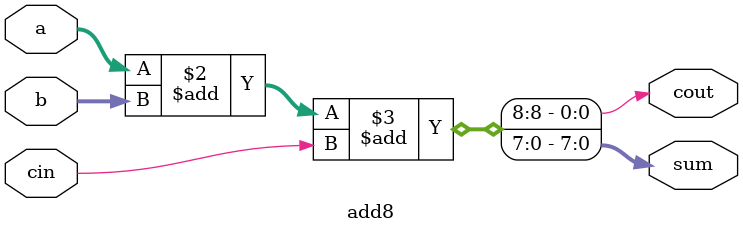
<source format=v>
module add8(a, b, cin, sum, cout);
  output reg [7:0] sum;
  output reg cout;
  input [7:0] a;
  input [7:0] b;
  input cin;

  always @(a, b, cin)
    {cout, sum} = a + b + cin;
endmodule

</source>
